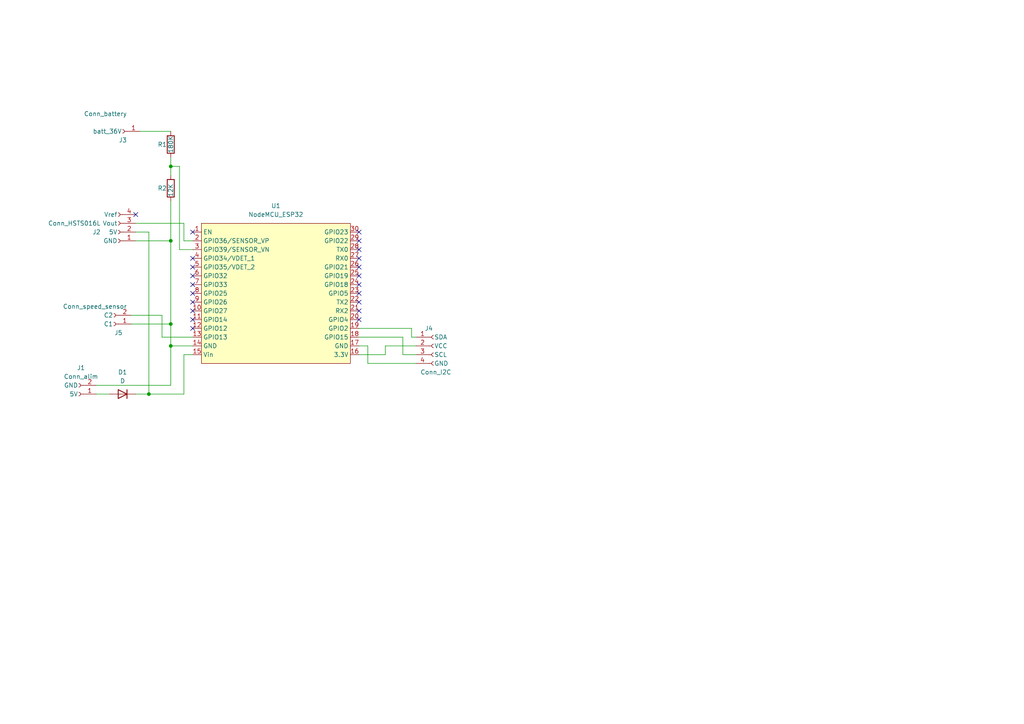
<source format=kicad_sch>
(kicad_sch (version 20211123) (generator eeschema)
  (paper "A4")
  (lib_symbols
    (symbol "Device:D" (pin_numbers hide) (pin_names (offset 1.016) hide)
      (property "Reference" "D" (at 0 2.54 0))
      (property "Value" "D" (at 0 -2.54 0))
      (symbol "D_0_1"
        (polyline (pts (xy -1.27 1.27) (xy -1.27 -1.27)) (stroke (width 0.254)))
        (polyline (pts (xy 1.27 0) (xy -1.27 0)))
        (polyline (pts (xy 1.27 1.27) (xy 1.27 -1.27) (xy -1.27 0) (xy 1.27 1.27)) (stroke (width 0.254)))
      )
      (symbol "D_1_1"
        (pin passive line (at -3.81 0 0) (length 2.54) (name "K") (number "1"))
        (pin passive line (at 3.81 0 180) (length 2.54) (name "A") (number "2"))
      )
    )
    (symbol "Device:R" (pin_numbers hide) (pin_names (offset 0))
      (property "Reference" "R" (at 2.032 0 90))
      (property "Value" "R" (at 0 0 90))
      (symbol "R_0_1"
        (rectangle (start -1.016 -2.54) (end 1.016 2.54) (stroke (width 0.254)))
      )
      (symbol "R_1_1"
        (pin passive line (at 0 3.81 270) (length 1.27) (name "~") (number "1"))
        (pin passive line (at 0 -3.81 90) (length 1.27) (name "~") (number "2"))
      )
    )
    (symbol "vehicle-monitor:Conn_HSTS016L" (pin_names (offset 1.5))
      (property "Reference" "J" (at 0 5.08 0))
      (property "Value" "Conn_HSTS016L" (at 0 -7.62 0))
      (symbol "Conn_HSTS016L_1_1"
        (arc (start 0 -4.572) (mid -0.508 -5.08) (end 0 -5.588) (stroke (width 0.1524)))
        (arc (start 0 -2.032) (mid -0.508 -2.54) (end 0 -3.048) (stroke (width 0.1524)))
        (polyline (pts (xy -1.27 -5.08) (xy -0.508 -5.08)) (stroke (width 0.1524)))
        (polyline (pts (xy -1.27 -2.54) (xy -0.508 -2.54)) (stroke (width 0.1524)))
        (polyline (pts (xy -1.27 0) (xy -0.508 0)) (stroke (width 0.1524)))
        (polyline (pts (xy -1.27 2.54) (xy -0.508 2.54)) (stroke (width 0.1524)))
        (arc (start 0 0.508) (mid -0.508 0) (end 0 -0.508) (stroke (width 0.1524)))
        (arc (start 0 3.048) (mid -0.508 2.54) (end 0 2.032) (stroke (width 0.1524)))
        (pin power_in line (at -5.08 2.54 0) (length 3.81) (name "GND") (number "1"))
        (pin power_in line (at -5.08 0 0) (length 3.81) (name "5V") (number "2"))
        (pin output line (at -5.08 -2.54 0) (length 3.81) (name "Vout") (number "3"))
        (pin output line (at -5.08 -5.08 0) (length 3.81) (name "Vref") (number "4"))
      )
    )
    (symbol "vehicle-monitor:Conn_I2C" (pin_names (offset 1.5))
      (property "Reference" "J" (at 0 5.08 0))
      (property "Value" "Conn_I2C" (at 0 -7.62 0))
      (symbol "Conn_I2C_1_1"
        (arc (start 0 -4.572) (mid -0.508 -5.08) (end 0 -5.588) (stroke (width 0.1524)))
        (arc (start 0 -2.032) (mid -0.508 -2.54) (end 0 -3.048) (stroke (width 0.1524)))
        (polyline (pts (xy -1.27 -5.08) (xy -0.508 -5.08)) (stroke (width 0.1524)))
        (polyline (pts (xy -1.27 -2.54) (xy -0.508 -2.54)) (stroke (width 0.1524)))
        (polyline (pts (xy -1.27 0) (xy -0.508 0)) (stroke (width 0.1524)))
        (polyline (pts (xy -1.27 2.54) (xy -0.508 2.54)) (stroke (width 0.1524)))
        (arc (start 0 0.508) (mid -0.508 0) (end 0 -0.508) (stroke (width 0.1524)))
        (arc (start 0 3.048) (mid -0.508 2.54) (end 0 2.032) (stroke (width 0.1524)))
        (pin bidirectional line (at -5.08 2.54 0) (length 3.81) (name "SDA") (number "1"))
        (pin power_in line (at -5.08 0 0) (length 3.81) (name "VCC") (number "2"))
        (pin input line (at -5.08 -2.54 0) (length 3.81) (name "SCL") (number "3"))
        (pin power_in line (at -5.08 -5.08 0) (length 3.81) (name "GND") (number "4"))
      )
    )
    (symbol "vehicle-monitor:Conn_alim" (pin_names (offset 1.5))
      (property "Reference" "J" (at 0 2.54 0))
      (property "Value" "Conn_alim" (at 0 -5.08 0))
      (symbol "Conn_alim_1_1"
        (arc (start 0 -2.032) (mid -0.508 -2.54) (end 0 -3.048) (stroke (width 0.1524)))
        (polyline (pts (xy -1.27 -2.54) (xy -0.508 -2.54)) (stroke (width 0.1524)))
        (polyline (pts (xy -1.27 0) (xy -0.508 0)) (stroke (width 0.1524)))
        (arc (start 0 0.508) (mid -0.508 0) (end 0 -0.508) (stroke (width 0.1524)))
        (pin power_out line (at -5.08 0 0) (length 3.81) (name "5V") (number "1"))
        (pin power_out line (at -5.08 -2.54 0) (length 3.81) (name "GND") (number "2"))
      )
    )
    (symbol "vehicle-monitor:Conn_battery" (pin_names (offset 1.5))
      (property "Reference" "J" (at 0 2.54 0))
      (property "Value" "Conn_battery" (at 0 -5.08 0))
      (symbol "Conn_battery_1_1"
        (polyline (pts (xy -1.27 0) (xy -0.508 0)) (stroke (width 0.1524)))
        (arc (start 0 0.508) (mid -0.508 0) (end 0 -0.508) (stroke (width 0.1524)))
        (pin power_out line (at -5.08 0 0) (length 3.81) (name "batt_36V") (number "1"))
      )
    )
    (symbol "vehicle-monitor:Conn_speed_sensor" (pin_names (offset 1.5))
      (property "Reference" "J" (at 0 2.54 0))
      (property "Value" "Conn_speed_sensor" (at 0 -5.08 0))
      (symbol "Conn_speed_sensor_1_1"
        (arc (start 0 -2.032) (mid -0.508 -2.54) (end 0 -3.048) (stroke (width 0.1524)))
        (polyline (pts (xy -1.27 -2.54) (xy -0.508 -2.54)) (stroke (width 0.1524)))
        (polyline (pts (xy -1.27 0) (xy -0.508 0)) (stroke (width 0.1524)))
        (arc (start 0 0.508) (mid -0.508 0) (end 0 -0.508) (stroke (width 0.1524)))
        (pin passive line (at -5.08 0 0) (length 3.81) (name "C1") (number "1"))
        (pin passive line (at -5.08 -2.54 0) (length 3.81) (name "C2") (number "2"))
      )
    )
    (symbol "vehicle-monitor:NodeMCU_ESP32"
      (property "Reference" "U" (at -21.59 21.59 0))
      (property "Value" "NodeMCU_ESP32" (at 13.97 21.59 0))
      (symbol "NodeMCU_ESP32_0_1"
        (rectangle (start -21.59 20.32) (end 21.59 -20.32) (fill (type background)))
      )
      (symbol "NodeMCU_ESP32_1_1"
        (pin input line (at -24.13 17.78 0) (length 2.54) (name "EN") (number "1"))
        (pin bidirectional line (at -24.13 -5.08 0) (length 2.54) (name "GPIO27") (number "10"))
        (pin bidirectional line (at -24.13 -7.62 0) (length 2.54) (name "GPIO14") (number "11"))
        (pin bidirectional line (at -24.13 -10.16 0) (length 2.54) (name "GPIO12") (number "12"))
        (pin bidirectional line (at -24.13 -12.7 0) (length 2.54) (name "GPIO13") (number "13"))
        (pin power_in line (at -24.13 -15.24 0) (length 2.54) (name "GND") (number "14"))
        (pin power_in line (at -24.13 -17.78 0) (length 2.54) (name "Vin") (number "15"))
        (pin power_out line (at 24.13 -17.78 180) (length 2.54) (name "3.3V") (number "16"))
        (pin power_in line (at 24.13 -15.24 180) (length 2.54) (name "GND") (number "17"))
        (pin bidirectional line (at 24.13 -12.7 180) (length 2.54) (name "GPIO15") (number "18"))
        (pin bidirectional line (at 24.13 -10.16 180) (length 2.54) (name "GPIO2") (number "19"))
        (pin input line (at -24.13 15.24 0) (length 2.54) (name "GPIO36/SENSOR_VP") (number "2"))
        (pin bidirectional line (at 24.13 -7.62 180) (length 2.54) (name "GPIO4") (number "20"))
        (pin bidirectional line (at 24.13 -5.08 180) (length 2.54) (name "RX2") (number "21"))
        (pin bidirectional line (at 24.13 -2.54 180) (length 2.54) (name "TX2") (number "22"))
        (pin bidirectional line (at 24.13 0 180) (length 2.54) (name "GPIO5") (number "23"))
        (pin bidirectional line (at 24.13 2.54 180) (length 2.54) (name "GPIO18") (number "24"))
        (pin bidirectional line (at 24.13 5.08 180) (length 2.54) (name "GPIO19") (number "25"))
        (pin bidirectional line (at 24.13 7.62 180) (length 2.54) (name "GPIO21") (number "26"))
        (pin bidirectional line (at 24.13 10.16 180) (length 2.54) (name "RX0") (number "27"))
        (pin bidirectional line (at 24.13 12.7 180) (length 2.54) (name "TX0") (number "28"))
        (pin bidirectional line (at 24.13 15.24 180) (length 2.54) (name "GPIO22") (number "29"))
        (pin input line (at -24.13 12.7 0) (length 2.54) (name "GPIO39/SENSOR_VN") (number "3"))
        (pin bidirectional line (at 24.13 17.78 180) (length 2.54) (name "GPIO23") (number "30"))
        (pin input line (at -24.13 10.16 0) (length 2.54) (name "GPIO34/VDET_1") (number "4"))
        (pin input line (at -24.13 7.62 0) (length 2.54) (name "GPIO35/VDET_2") (number "5"))
        (pin bidirectional line (at -24.13 5.08 0) (length 2.54) (name "GPIO32") (number "6"))
        (pin bidirectional line (at -24.13 2.54 0) (length 2.54) (name "GPIO33") (number "7"))
        (pin bidirectional line (at -24.13 0 0) (length 2.54) (name "GPIO25") (number "8"))
        (pin bidirectional line (at -24.13 -2.54 0) (length 2.54) (name "GPIO26") (number "9"))
      )
    )
  )
  (junction (at 49.53 93.98))
  (junction (at 49.53 48.26))
  (junction (at 43.18 114.3))
  (junction (at 49.53 100.33))
  (junction (at 49.53 69.85))
  (no_connect (at 104.14 92.71))
  (no_connect (at 104.14 90.17))
  (no_connect (at 104.14 87.63))
  (no_connect (at 104.14 85.09))
  (no_connect (at 104.14 67.31))
  (no_connect (at 55.88 82.55))
  (no_connect (at 55.88 85.09))
  (no_connect (at 55.88 87.63))
  (no_connect (at 55.88 92.71))
  (no_connect (at 55.88 95.25))
  (no_connect (at 55.88 67.31))
  (no_connect (at 55.88 74.93))
  (no_connect (at 55.88 77.47))
  (no_connect (at 55.88 80.01))
  (no_connect (at 104.14 82.55))
  (no_connect (at 104.14 80.01))
  (no_connect (at 104.14 74.93))
  (no_connect (at 104.14 72.39))
  (no_connect (at 55.88 90.17))
  (no_connect (at 104.14 69.85))
  (no_connect (at 104.14 77.47))
  (no_connect (at 39.37 62.23))
  (wire (pts (xy 120.65 102.87) (xy 116.84 102.87)))
  (wire (pts (xy 52.07 48.26) (xy 52.07 72.39)))
  (wire (pts (xy 27.94 111.76) (xy 49.53 111.76)))
  (wire (pts (xy 39.37 67.31) (xy 43.18 67.31)))
  (wire (pts (xy 49.53 100.33) (xy 55.88 100.33)))
  (wire (pts (xy 38.1 93.98) (xy 49.53 93.98)))
  (wire (pts (xy 49.53 48.26) (xy 49.53 50.8)))
  (wire (pts (xy 120.65 100.33) (xy 111.76 100.33)))
  (wire (pts (xy 53.34 102.87) (xy 53.34 114.3)))
  (wire (pts (xy 49.53 93.98) (xy 49.53 100.33)))
  (wire (pts (xy 104.14 102.87) (xy 111.76 102.87)))
  (wire (pts (xy 43.18 114.3) (xy 53.34 114.3)))
  (wire (pts (xy 49.53 111.76) (xy 49.53 100.33)))
  (wire (pts (xy 111.76 100.33) (xy 111.76 102.87)))
  (wire (pts (xy 49.53 69.85) (xy 49.53 93.98)))
  (wire (pts (xy 43.18 67.31) (xy 43.18 114.3)))
  (wire (pts (xy 55.88 102.87) (xy 53.34 102.87)))
  (wire (pts (xy 49.53 45.72) (xy 49.53 48.26)))
  (wire (pts (xy 40.64 38.1) (xy 49.53 38.1)))
  (wire (pts (xy 106.68 105.41) (xy 120.65 105.41)))
  (wire (pts (xy 104.14 95.25) (xy 119.38 95.25)))
  (wire (pts (xy 55.88 97.79) (xy 46.99 97.79)))
  (wire (pts (xy 53.34 69.85) (xy 55.88 69.85)))
  (wire (pts (xy 106.68 100.33) (xy 106.68 105.41)))
  (wire (pts (xy 116.84 102.87) (xy 116.84 97.79)))
  (wire (pts (xy 27.94 114.3) (xy 31.75 114.3)))
  (wire (pts (xy 119.38 97.79) (xy 120.65 97.79)))
  (wire (pts (xy 53.34 69.85) (xy 53.34 64.77)))
  (wire (pts (xy 104.14 100.33) (xy 106.68 100.33)))
  (wire (pts (xy 116.84 97.79) (xy 104.14 97.79)))
  (wire (pts (xy 39.37 69.85) (xy 49.53 69.85)))
  (wire (pts (xy 46.99 91.44) (xy 38.1 91.44)))
  (wire (pts (xy 55.88 72.39) (xy 52.07 72.39)))
  (wire (pts (xy 46.99 97.79) (xy 46.99 91.44)))
  (wire (pts (xy 119.38 97.79) (xy 119.38 95.25)))
  (wire (pts (xy 39.37 64.77) (xy 53.34 64.77)))
  (wire (pts (xy 49.53 48.26) (xy 52.07 48.26)))
  (wire (pts (xy 49.53 69.85) (xy 49.53 58.42)))
  (wire (pts (xy 39.37 114.3) (xy 43.18 114.3)))
  (symbol (lib_id "vehicle-monitor:Conn_battery") (at 35.56 38.1 180) (unit 1)
    (property "Reference" "J3" (at 36.83 40.64 0) (effects (justify left)))
    (property "Value" "Conn_battery" (at 36.83 33.02 0) (effects (justify left)))
    (property "Footprint" "Connector_PinHeader_2.54mm:PinHeader_1x01_P2.54mm_Vertical" (effects hide))
  )
  (symbol (lib_id "vehicle-monitor:Conn_speed_sensor") (at 33.02 93.98 180) (unit 1)
    (property "Reference" "J5" (at 35.56 96.52 0) (effects (justify left)))
    (property "Value" "Conn_speed_sensor" (at 36.83 88.9 0) (effects (justify left)))
    (property "Footprint" "Connector_PinHeader_2.54mm:PinHeader_1x02_P2.54mm_Vertical" (effects hide))
  )
  (symbol (lib_id "Device:D") (at 35.56 114.3 180) (unit 1)
    (property "Reference" "D1" (at 35.56 107.95 0))
    (property "Value" "D" (at 35.56 110.49 0))
    (property "Footprint" "Diode_THT:D_A-405_P10.16mm_Horizontal" (effects hide))
  )
  (symbol (lib_id "vehicle-monitor:Conn_I2C") (at 125.73 100.33 0) (unit 1)
    (property "Reference" "J4" (at 123.19 95.25 0) (effects (justify left)))
    (property "Value" "Conn_I2C" (at 121.92 107.95 0) (effects (justify left)))
    (property "Footprint" "Connector_PinHeader_2.54mm:PinHeader_1x04_P2.54mm_Vertical" (effects hide))
  )
  (symbol (lib_id "Device:R") (at 49.53 54.61 0) (unit 1)
    (property "Reference" "R2" (at 45.72 54.61 0) (effects (justify left)))
    (property "Value" "12K" (at 49.53 57.15 90) (effects (justify left)))
    (property "Footprint" "Resistor_THT:R_Axial_DIN0207_L6.3mm_D2.5mm_P10.16mm_Horizontal" (effects hide))
  )
  (symbol (lib_id "vehicle-monitor:Conn_HSTS016L") (at 34.29 67.31 180) (unit 1)
    (property "Reference" "J2" (at 29.21 67.31 0) (effects (justify left)))
    (property "Value" "Conn_HSTS016L" (at 29.21 64.77 0) (effects (justify left)))
    (property "Footprint" "Connector_PinHeader_2.54mm:PinHeader_1x04_P2.54mm_Vertical" (effects hide))
  )
  (symbol (lib_id "vehicle-monitor:NodeMCU_ESP32") (at 80.01 85.09 0) (unit 1)
    (property "Reference" "U1" (at 80.01 59.69 0))
    (property "Value" "NodeMCU_ESP32" (at 80.01 62.23 0))
    (property "Footprint" "Node_mcu:NodeMCU_SBC" (effects hide))
  )
  (symbol (lib_id "Device:R") (at 49.53 41.91 0) (unit 1)
    (property "Reference" "R1" (at 45.72 41.91 0) (effects (justify left)))
    (property "Value" "180K" (at 49.53 44.45 90) (effects (justify left)))
    (property "Footprint" "Resistor_THT:R_Axial_DIN0207_L6.3mm_D2.5mm_P10.16mm_Horizontal" (effects hide))
  )
  (symbol (lib_id "vehicle-monitor:Conn_alim") (at 22.86 114.3 180) (unit 1)
    (property "Reference" "J1" (at 23.495 106.68 0))
    (property "Value" "Conn_alim" (at 23.495 109.22 0))
    (property "Footprint" "Connector_PinHeader_2.54mm:PinHeader_1x02_P2.54mm_Vertical" (effects hide))
  )
)
</source>
